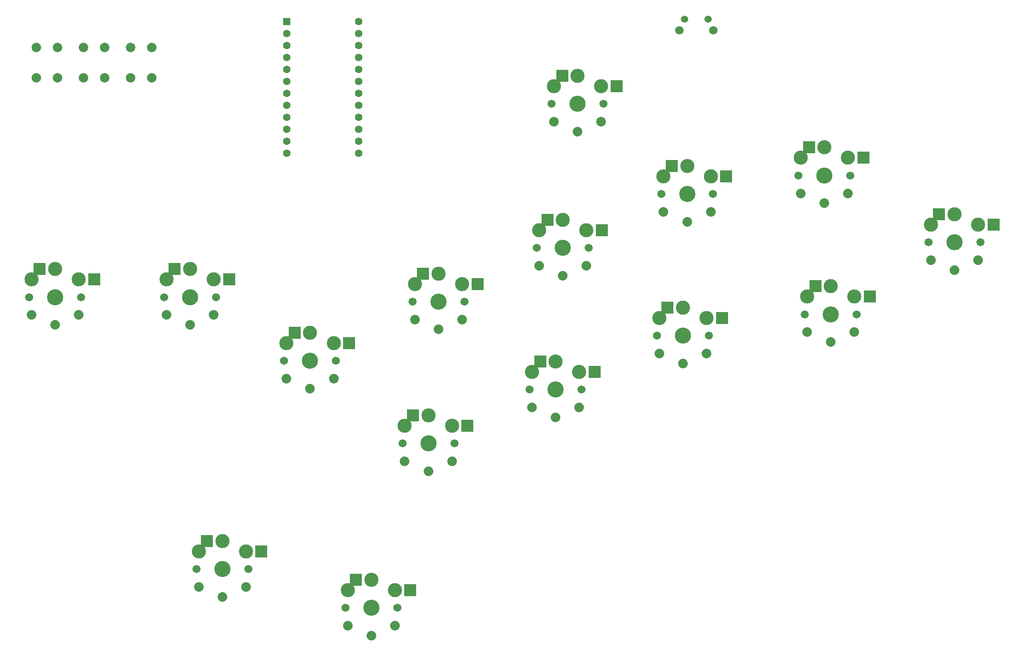
<source format=gbs>
G04 #@! TF.GenerationSoftware,KiCad,Pcbnew,7.0.9*
G04 #@! TF.CreationDate,2023-12-17T00:29:00+09:00*
G04 #@! TF.ProjectId,ergoSHIFT-rev1-kicad,6572676f-5348-4494-9654-2d726576312d,rev.1*
G04 #@! TF.SameCoordinates,Original*
G04 #@! TF.FileFunction,Soldermask,Bot*
G04 #@! TF.FilePolarity,Negative*
%FSLAX46Y46*%
G04 Gerber Fmt 4.6, Leading zero omitted, Abs format (unit mm)*
G04 Created by KiCad (PCBNEW 7.0.9) date 2023-12-17 00:29:00*
%MOMM*%
%LPD*%
G01*
G04 APERTURE LIST*
%ADD10C,1.701800*%
%ADD11C,3.000000*%
%ADD12C,3.429000*%
%ADD13R,2.600000X2.600000*%
%ADD14C,2.032000*%
%ADD15C,1.524000*%
%ADD16C,1.800000*%
%ADD17R,1.600000X1.600000*%
%ADD18C,1.600000*%
%ADD19C,2.000000*%
G04 APERTURE END LIST*
D10*
X200250000Y-90880000D03*
D11*
X200750000Y-87130000D03*
X205750000Y-84930000D03*
D12*
X205750000Y-90880000D03*
D11*
X210750000Y-87130000D03*
D10*
X211250000Y-90880000D03*
D13*
X202475000Y-84930000D03*
D14*
X205750000Y-96780000D03*
X200750000Y-94680000D03*
X210750000Y-94680000D03*
D13*
X214025000Y-87130000D03*
D10*
X177040000Y-71750000D03*
D11*
X177540000Y-68000000D03*
X182540000Y-65800000D03*
D12*
X182540000Y-71750000D03*
D11*
X187540000Y-68000000D03*
D10*
X188040000Y-71750000D03*
D13*
X179265000Y-65800000D03*
D14*
X182540000Y-77650000D03*
X177540000Y-75550000D03*
X187540000Y-75550000D03*
D13*
X190815000Y-68000000D03*
D10*
X172370000Y-132370000D03*
D11*
X172870000Y-128620000D03*
X177870000Y-126420000D03*
D12*
X177870000Y-132370000D03*
D11*
X182870000Y-128620000D03*
D10*
X183370000Y-132370000D03*
D13*
X174595000Y-126420000D03*
D14*
X177870000Y-138270000D03*
X172870000Y-136170000D03*
X182870000Y-136170000D03*
D13*
X186145000Y-128620000D03*
D10*
X230720000Y-116390000D03*
D11*
X231220000Y-112640000D03*
X236220000Y-110440000D03*
D12*
X236220000Y-116390000D03*
D11*
X241220000Y-112640000D03*
D10*
X241720000Y-116390000D03*
D13*
X232945000Y-110440000D03*
D14*
X236220000Y-122290000D03*
X231220000Y-120190000D03*
X241220000Y-120190000D03*
D13*
X244495000Y-112640000D03*
D15*
X205200000Y-53750000D03*
X210200000Y-53750000D03*
D16*
X204100000Y-56150000D03*
X211300000Y-56150000D03*
D17*
X120880000Y-54300000D03*
D18*
X120880000Y-56840000D03*
X120880000Y-59380000D03*
X120880000Y-61920000D03*
X120880000Y-64460000D03*
X120880000Y-67000000D03*
X120880000Y-69540000D03*
X120880000Y-72080000D03*
X120880000Y-74620000D03*
X120880000Y-77160000D03*
X120880000Y-79700000D03*
X120880000Y-82240000D03*
X136120000Y-82240000D03*
X136120000Y-79700000D03*
X136120000Y-77160000D03*
X136120000Y-74620000D03*
X136120000Y-72080000D03*
X136120000Y-69540000D03*
X136120000Y-67000000D03*
X136120000Y-64460000D03*
X136120000Y-61920000D03*
X136120000Y-59380000D03*
X136120000Y-56840000D03*
X136120000Y-54300000D03*
D10*
X120320000Y-126260000D03*
D11*
X120820000Y-122510000D03*
X125820000Y-120310000D03*
D12*
X125820000Y-126260000D03*
D11*
X130820000Y-122510000D03*
D10*
X131320000Y-126260000D03*
D13*
X122545000Y-120310000D03*
D14*
X125820000Y-132160000D03*
X120820000Y-130060000D03*
X130820000Y-130060000D03*
D13*
X134095000Y-122510000D03*
D19*
X82250000Y-59750000D03*
X82250000Y-66250000D03*
X77750000Y-59750000D03*
X77750000Y-66250000D03*
D10*
X256920000Y-101110000D03*
D11*
X257420000Y-97360000D03*
X262420000Y-95160000D03*
D12*
X262420000Y-101110000D03*
D11*
X267420000Y-97360000D03*
D10*
X267920000Y-101110000D03*
D13*
X259145000Y-95160000D03*
D14*
X262420000Y-107010000D03*
X257420000Y-104910000D03*
X267420000Y-104910000D03*
D13*
X270695000Y-97360000D03*
D10*
X145390000Y-143810000D03*
D11*
X145890000Y-140060000D03*
X150890000Y-137860000D03*
D12*
X150890000Y-143810000D03*
D11*
X155890000Y-140060000D03*
D10*
X156390000Y-143810000D03*
D13*
X147615000Y-137860000D03*
D14*
X150890000Y-149710000D03*
X145890000Y-147610000D03*
X155890000Y-147610000D03*
D13*
X159165000Y-140060000D03*
D10*
X147550000Y-113700000D03*
D11*
X148050000Y-109950000D03*
X153050000Y-107750000D03*
D12*
X153050000Y-113700000D03*
D11*
X158050000Y-109950000D03*
D10*
X158550000Y-113700000D03*
D13*
X149775000Y-107750000D03*
D14*
X153050000Y-119600000D03*
X148050000Y-117500000D03*
X158050000Y-117500000D03*
D13*
X161325000Y-109950000D03*
D10*
X101720000Y-170470000D03*
D11*
X102220000Y-166720000D03*
X107220000Y-164520000D03*
D12*
X107220000Y-170470000D03*
D11*
X112220000Y-166720000D03*
D10*
X112720000Y-170470000D03*
D13*
X103945000Y-164520000D03*
D14*
X107220000Y-176370000D03*
X102220000Y-174270000D03*
X112220000Y-174270000D03*
D13*
X115495000Y-166720000D03*
D10*
X173900000Y-102290000D03*
D11*
X174400000Y-98540000D03*
X179400000Y-96340000D03*
D12*
X179400000Y-102290000D03*
D11*
X184400000Y-98540000D03*
D10*
X184900000Y-102290000D03*
D13*
X176125000Y-96340000D03*
D14*
X179400000Y-108190000D03*
X174400000Y-106090000D03*
X184400000Y-106090000D03*
D13*
X187675000Y-98540000D03*
D10*
X199350000Y-120930000D03*
D11*
X199850000Y-117180000D03*
X204850000Y-114980000D03*
D12*
X204850000Y-120930000D03*
D11*
X209850000Y-117180000D03*
D10*
X210350000Y-120930000D03*
D13*
X201575000Y-114980000D03*
D14*
X204850000Y-126830000D03*
X199850000Y-124730000D03*
X209850000Y-124730000D03*
D13*
X213125000Y-117180000D03*
D10*
X133290000Y-178670000D03*
D11*
X133790000Y-174920000D03*
X138790000Y-172720000D03*
D12*
X138790000Y-178670000D03*
D11*
X143790000Y-174920000D03*
D10*
X144290000Y-178670000D03*
D13*
X135515000Y-172720000D03*
D14*
X138790000Y-184570000D03*
X133790000Y-182470000D03*
X143790000Y-182470000D03*
D13*
X147065000Y-174920000D03*
D19*
X92250000Y-59750000D03*
X92250000Y-66250000D03*
X87750000Y-59750000D03*
X87750000Y-66250000D03*
X72250000Y-59750000D03*
X72250000Y-66250000D03*
X67750000Y-59750000D03*
X67750000Y-66250000D03*
D10*
X229350000Y-86940000D03*
D11*
X229850000Y-83190000D03*
X234850000Y-80990000D03*
D12*
X234850000Y-86940000D03*
D11*
X239850000Y-83190000D03*
D10*
X240350000Y-86940000D03*
D13*
X231575000Y-80990000D03*
D14*
X234850000Y-92840000D03*
X229850000Y-90740000D03*
X239850000Y-90740000D03*
D13*
X243125000Y-83190000D03*
D10*
X94870000Y-112750000D03*
D11*
X95370000Y-109000000D03*
X100370000Y-106800000D03*
D12*
X100370000Y-112750000D03*
D11*
X105370000Y-109000000D03*
D10*
X105870000Y-112750000D03*
D13*
X97095000Y-106800000D03*
D14*
X100370000Y-118650000D03*
X95370000Y-116550000D03*
X105370000Y-116550000D03*
D13*
X108645000Y-109000000D03*
D10*
X66250000Y-112750000D03*
D11*
X66750000Y-109000000D03*
X71750000Y-106800000D03*
D12*
X71750000Y-112750000D03*
D11*
X76750000Y-109000000D03*
D10*
X77250000Y-112750000D03*
D13*
X68475000Y-106800000D03*
D14*
X71750000Y-118650000D03*
X66750000Y-116550000D03*
X76750000Y-116550000D03*
D13*
X80025000Y-109000000D03*
M02*

</source>
